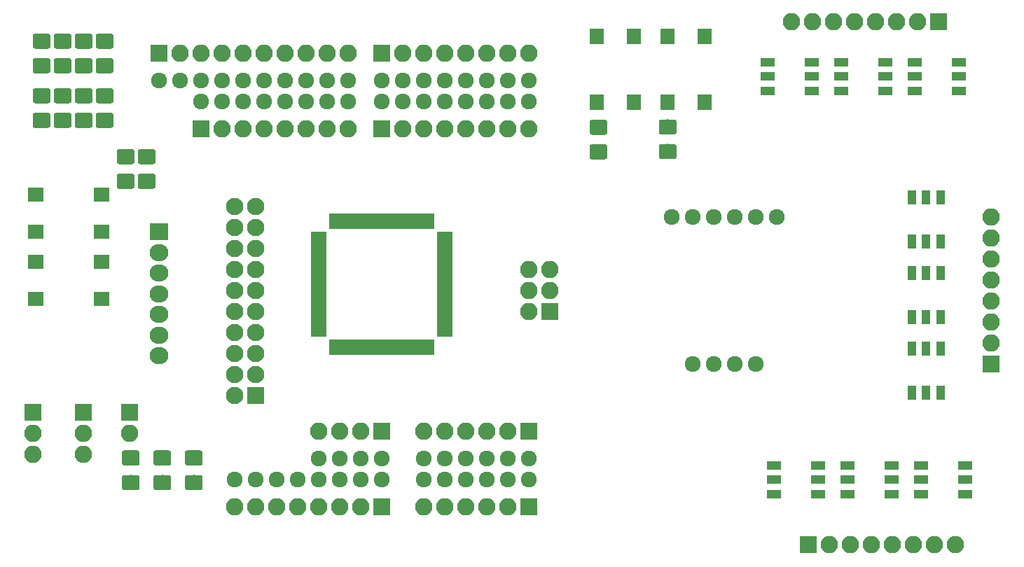
<source format=gbr>
G04 #@! TF.GenerationSoftware,KiCad,Pcbnew,5.0.0-fee4fd1~66~ubuntu18.04.1*
G04 #@! TF.CreationDate,2018-10-03T14:59:09+02:00*
G04 #@! TF.ProjectId,pcb,7063622E6B696361645F706362000000,rev?*
G04 #@! TF.SameCoordinates,Original*
G04 #@! TF.FileFunction,Soldermask,Top*
G04 #@! TF.FilePolarity,Negative*
%FSLAX46Y46*%
G04 Gerber Fmt 4.6, Leading zero omitted, Abs format (unit mm)*
G04 Created by KiCad (PCBNEW 5.0.0-fee4fd1~66~ubuntu18.04.1) date Wed Oct  3 14:59:09 2018*
%MOMM*%
%LPD*%
G01*
G04 APERTURE LIST*
%ADD10C,1.924000*%
%ADD11C,1.923000*%
%ADD12R,1.700000X1.000000*%
%ADD13O,2.250000X2.100000*%
%ADD14R,2.250000X2.100000*%
%ADD15R,1.873200X0.679400*%
%ADD16R,0.679400X1.873200*%
%ADD17O,2.100000X2.100000*%
%ADD18R,2.100000X2.100000*%
%ADD19C,2.100000*%
%ADD20R,1.950000X1.700000*%
%ADD21C,0.100000*%
%ADD22C,1.825000*%
%ADD23R,1.000000X1.700000*%
%ADD24R,1.700000X1.950000*%
G04 APERTURE END LIST*
D10*
G04 #@! TO.C,U2*
X83820000Y-101600000D03*
X86360000Y-101600000D03*
X74676000Y-53340000D03*
X77216000Y-53340000D03*
X93980000Y-101600000D03*
D11*
X79756000Y-53340000D03*
D10*
X82296000Y-53340000D03*
X84836000Y-53340000D03*
X87376000Y-53340000D03*
X89916000Y-53340000D03*
X92456000Y-53340000D03*
X94996000Y-53340000D03*
X97536000Y-53340000D03*
X101600000Y-53340000D03*
X104140000Y-53340000D03*
X106680000Y-53340000D03*
X109220000Y-53340000D03*
X111760000Y-53340000D03*
X114300000Y-53340000D03*
X116840000Y-53340000D03*
X119380000Y-53340000D03*
X88900000Y-101600000D03*
X91440000Y-101600000D03*
X96520000Y-101600000D03*
X99060000Y-101600000D03*
X101600000Y-101600000D03*
X111760000Y-101600000D03*
X109220000Y-101600000D03*
X106680000Y-101600000D03*
X114300000Y-101600000D03*
X116840000Y-101600000D03*
X119380000Y-101600000D03*
X119380000Y-55880000D03*
X116840000Y-55880000D03*
X114300000Y-55880000D03*
X111760000Y-55880000D03*
X109220000Y-55880000D03*
X106680000Y-55880000D03*
X104140000Y-55880000D03*
X101600000Y-55880000D03*
X97536000Y-55880000D03*
X94996000Y-55880000D03*
X92456000Y-55880000D03*
X89916000Y-55880000D03*
X87376000Y-55880000D03*
X84836000Y-55880000D03*
X82296000Y-55880000D03*
D11*
X79756000Y-55880000D03*
D10*
X119380000Y-99060000D03*
X116840000Y-99060000D03*
X114300000Y-99060000D03*
X106680000Y-99060000D03*
X109220000Y-99060000D03*
X111760000Y-99060000D03*
X101600000Y-99060000D03*
X99060000Y-99060000D03*
X96520000Y-99060000D03*
X93980000Y-99060000D03*
G04 #@! TD*
G04 #@! TO.C,U3*
X136652000Y-69850000D03*
X139192000Y-69850000D03*
X141732000Y-69850000D03*
X144272000Y-69850000D03*
X146812000Y-69850000D03*
X149352000Y-69850000D03*
X146812000Y-87630000D03*
X144272000Y-87630000D03*
X141732000Y-87630000D03*
X139192000Y-87630000D03*
G04 #@! TD*
D12*
G04 #@! TO.C,SW3*
X166006000Y-51082000D03*
X166006000Y-52832000D03*
X166006000Y-54582000D03*
X171306000Y-54582000D03*
X171306000Y-52832000D03*
X171306000Y-51082000D03*
G04 #@! TD*
D13*
G04 #@! TO.C,U4*
X74676000Y-86628000D03*
X74676000Y-84128000D03*
X74676000Y-81628000D03*
X74676000Y-79128000D03*
X74676000Y-76628000D03*
X74676000Y-74128000D03*
D14*
X74676000Y-71628000D03*
G04 #@! TD*
D15*
G04 #@! TO.C,U1*
X93980000Y-83978001D03*
X93980000Y-83477999D03*
X93980000Y-82978000D03*
X93980000Y-82478001D03*
X93980000Y-81978000D03*
X93980000Y-81478001D03*
X93980000Y-80977999D03*
X93980000Y-80478000D03*
X93980000Y-79978001D03*
X93980000Y-79478000D03*
X93980000Y-78978001D03*
X93980000Y-78477999D03*
X93980000Y-77978000D03*
X93980000Y-77478001D03*
X93980000Y-76977999D03*
X93980000Y-76478000D03*
X93980000Y-75977999D03*
X93980000Y-75478000D03*
X93980000Y-74978001D03*
X93980000Y-74477999D03*
X93980000Y-73978000D03*
X93980000Y-73477999D03*
X93980000Y-72978000D03*
X93980000Y-72478001D03*
X93980000Y-71977999D03*
D16*
X95599999Y-70358000D03*
X96100001Y-70358000D03*
X96600000Y-70358000D03*
X97099999Y-70358000D03*
X97600000Y-70358000D03*
X98099999Y-70358000D03*
X98600001Y-70358000D03*
X99100000Y-70358000D03*
X99599999Y-70358000D03*
X100100000Y-70358000D03*
X100599999Y-70358000D03*
X101100001Y-70358000D03*
X101600000Y-70358000D03*
X102099999Y-70358000D03*
X102600001Y-70358000D03*
X103100000Y-70358000D03*
X103600001Y-70358000D03*
X104100000Y-70358000D03*
X104599999Y-70358000D03*
X105100001Y-70358000D03*
X105600000Y-70358000D03*
X106100001Y-70358000D03*
X106600000Y-70358000D03*
X107099999Y-70358000D03*
X107600001Y-70358000D03*
D15*
X109220000Y-71977999D03*
X109220000Y-72478001D03*
X109220000Y-72978000D03*
X109220000Y-73477999D03*
X109220000Y-73978000D03*
X109220000Y-74477999D03*
X109220000Y-74978001D03*
X109220000Y-75478000D03*
X109220000Y-75977999D03*
X109220000Y-76478000D03*
X109220000Y-76977999D03*
X109220000Y-77478001D03*
X109220000Y-77978000D03*
X109220000Y-78477999D03*
X109220000Y-78978001D03*
X109220000Y-79478000D03*
X109220000Y-79978001D03*
X109220000Y-80478000D03*
X109220000Y-80977999D03*
X109220000Y-81478001D03*
X109220000Y-81978000D03*
X109220000Y-82478001D03*
X109220000Y-82978000D03*
X109220000Y-83477999D03*
X109220000Y-83978001D03*
D16*
X107600001Y-85598000D03*
X107099999Y-85598000D03*
X106600000Y-85598000D03*
X106099999Y-85598000D03*
X105600000Y-85598000D03*
X105100001Y-85598000D03*
X104599999Y-85598000D03*
X104100000Y-85598000D03*
X103599999Y-85598000D03*
X103100000Y-85598000D03*
X102600001Y-85598000D03*
X102099999Y-85598000D03*
X101600000Y-85598000D03*
X101099998Y-85598000D03*
X100599999Y-85598000D03*
X100100000Y-85598000D03*
X99599999Y-85598000D03*
X99100000Y-85598000D03*
X98600001Y-85598000D03*
X98099999Y-85598000D03*
X97600000Y-85598000D03*
X97099999Y-85598000D03*
X96600000Y-85598000D03*
X96100001Y-85598000D03*
X95599999Y-85598000D03*
G04 #@! TD*
D17*
G04 #@! TO.C,J2*
X119380000Y-76200000D03*
X121920000Y-76200000D03*
X119380000Y-78740000D03*
X121920000Y-78740000D03*
X119380000Y-81280000D03*
D18*
X121920000Y-81280000D03*
G04 #@! TD*
D19*
G04 #@! TO.C,J1*
X83820000Y-68580000D03*
X86360000Y-68580000D03*
X83820000Y-71120000D03*
X86360000Y-71120000D03*
X83820000Y-73660000D03*
X86360000Y-73660000D03*
X83820000Y-76200000D03*
X86360000Y-76200000D03*
X83820000Y-78740000D03*
X86360000Y-78740000D03*
X83820000Y-81280000D03*
X86360000Y-81280000D03*
X83820000Y-83820000D03*
X86360000Y-83820000D03*
X83820000Y-86360000D03*
X86360000Y-86360000D03*
X83820000Y-88900000D03*
X86360000Y-88900000D03*
X83820000Y-91440000D03*
D18*
X86360000Y-91440000D03*
G04 #@! TD*
D17*
G04 #@! TO.C,JP2*
X97536000Y-59182000D03*
X94996000Y-59182000D03*
X92456000Y-59182000D03*
X89916000Y-59182000D03*
X87376000Y-59182000D03*
X84836000Y-59182000D03*
X82296000Y-59182000D03*
D18*
X79756000Y-59182000D03*
G04 #@! TD*
D17*
G04 #@! TO.C,JP3*
X119380000Y-50038000D03*
X116840000Y-50038000D03*
X114300000Y-50038000D03*
X111760000Y-50038000D03*
X109220000Y-50038000D03*
X106680000Y-50038000D03*
X104140000Y-50038000D03*
D18*
X101600000Y-50038000D03*
G04 #@! TD*
D20*
G04 #@! TO.C,SW1*
X59779000Y-75220000D03*
X67729000Y-75220000D03*
X67729000Y-79720000D03*
X59779000Y-79720000D03*
G04 #@! TD*
G04 #@! TO.C,SW2*
X59779000Y-67092000D03*
X67729000Y-67092000D03*
X67729000Y-71592000D03*
X59779000Y-71592000D03*
G04 #@! TD*
D17*
G04 #@! TO.C,BT1*
X71120000Y-96012000D03*
D18*
X71120000Y-93472000D03*
G04 #@! TD*
D21*
G04 #@! TO.C,D1*
G36*
X63778207Y-50614542D02*
X63809287Y-50619152D01*
X63839766Y-50626787D01*
X63869350Y-50637372D01*
X63897754Y-50650806D01*
X63924704Y-50666959D01*
X63949942Y-50685677D01*
X63973223Y-50706777D01*
X63994323Y-50730058D01*
X64013041Y-50755296D01*
X64029194Y-50782246D01*
X64042628Y-50810650D01*
X64053213Y-50840234D01*
X64060848Y-50870713D01*
X64065458Y-50901793D01*
X64067000Y-50933176D01*
X64067000Y-52117824D01*
X64065458Y-52149207D01*
X64060848Y-52180287D01*
X64053213Y-52210766D01*
X64042628Y-52240350D01*
X64029194Y-52268754D01*
X64013041Y-52295704D01*
X63994323Y-52320942D01*
X63973223Y-52344223D01*
X63949942Y-52365323D01*
X63924704Y-52384041D01*
X63897754Y-52400194D01*
X63869350Y-52413628D01*
X63839766Y-52424213D01*
X63809287Y-52431848D01*
X63778207Y-52436458D01*
X63746824Y-52438000D01*
X62237176Y-52438000D01*
X62205793Y-52436458D01*
X62174713Y-52431848D01*
X62144234Y-52424213D01*
X62114650Y-52413628D01*
X62086246Y-52400194D01*
X62059296Y-52384041D01*
X62034058Y-52365323D01*
X62010777Y-52344223D01*
X61989677Y-52320942D01*
X61970959Y-52295704D01*
X61954806Y-52268754D01*
X61941372Y-52240350D01*
X61930787Y-52210766D01*
X61923152Y-52180287D01*
X61918542Y-52149207D01*
X61917000Y-52117824D01*
X61917000Y-50933176D01*
X61918542Y-50901793D01*
X61923152Y-50870713D01*
X61930787Y-50840234D01*
X61941372Y-50810650D01*
X61954806Y-50782246D01*
X61970959Y-50755296D01*
X61989677Y-50730058D01*
X62010777Y-50706777D01*
X62034058Y-50685677D01*
X62059296Y-50666959D01*
X62086246Y-50650806D01*
X62114650Y-50637372D01*
X62144234Y-50626787D01*
X62174713Y-50619152D01*
X62205793Y-50614542D01*
X62237176Y-50613000D01*
X63746824Y-50613000D01*
X63778207Y-50614542D01*
X63778207Y-50614542D01*
G37*
D22*
X62992000Y-51525500D03*
D21*
G36*
X63778207Y-47639542D02*
X63809287Y-47644152D01*
X63839766Y-47651787D01*
X63869350Y-47662372D01*
X63897754Y-47675806D01*
X63924704Y-47691959D01*
X63949942Y-47710677D01*
X63973223Y-47731777D01*
X63994323Y-47755058D01*
X64013041Y-47780296D01*
X64029194Y-47807246D01*
X64042628Y-47835650D01*
X64053213Y-47865234D01*
X64060848Y-47895713D01*
X64065458Y-47926793D01*
X64067000Y-47958176D01*
X64067000Y-49142824D01*
X64065458Y-49174207D01*
X64060848Y-49205287D01*
X64053213Y-49235766D01*
X64042628Y-49265350D01*
X64029194Y-49293754D01*
X64013041Y-49320704D01*
X63994323Y-49345942D01*
X63973223Y-49369223D01*
X63949942Y-49390323D01*
X63924704Y-49409041D01*
X63897754Y-49425194D01*
X63869350Y-49438628D01*
X63839766Y-49449213D01*
X63809287Y-49456848D01*
X63778207Y-49461458D01*
X63746824Y-49463000D01*
X62237176Y-49463000D01*
X62205793Y-49461458D01*
X62174713Y-49456848D01*
X62144234Y-49449213D01*
X62114650Y-49438628D01*
X62086246Y-49425194D01*
X62059296Y-49409041D01*
X62034058Y-49390323D01*
X62010777Y-49369223D01*
X61989677Y-49345942D01*
X61970959Y-49320704D01*
X61954806Y-49293754D01*
X61941372Y-49265350D01*
X61930787Y-49235766D01*
X61923152Y-49205287D01*
X61918542Y-49174207D01*
X61917000Y-49142824D01*
X61917000Y-47958176D01*
X61918542Y-47926793D01*
X61923152Y-47895713D01*
X61930787Y-47865234D01*
X61941372Y-47835650D01*
X61954806Y-47807246D01*
X61970959Y-47780296D01*
X61989677Y-47755058D01*
X62010777Y-47731777D01*
X62034058Y-47710677D01*
X62059296Y-47691959D01*
X62086246Y-47675806D01*
X62114650Y-47662372D01*
X62144234Y-47651787D01*
X62174713Y-47644152D01*
X62205793Y-47639542D01*
X62237176Y-47638000D01*
X63746824Y-47638000D01*
X63778207Y-47639542D01*
X63778207Y-47639542D01*
G37*
D22*
X62992000Y-48550500D03*
G04 #@! TD*
D21*
G04 #@! TO.C,D2*
G36*
X61238207Y-50614542D02*
X61269287Y-50619152D01*
X61299766Y-50626787D01*
X61329350Y-50637372D01*
X61357754Y-50650806D01*
X61384704Y-50666959D01*
X61409942Y-50685677D01*
X61433223Y-50706777D01*
X61454323Y-50730058D01*
X61473041Y-50755296D01*
X61489194Y-50782246D01*
X61502628Y-50810650D01*
X61513213Y-50840234D01*
X61520848Y-50870713D01*
X61525458Y-50901793D01*
X61527000Y-50933176D01*
X61527000Y-52117824D01*
X61525458Y-52149207D01*
X61520848Y-52180287D01*
X61513213Y-52210766D01*
X61502628Y-52240350D01*
X61489194Y-52268754D01*
X61473041Y-52295704D01*
X61454323Y-52320942D01*
X61433223Y-52344223D01*
X61409942Y-52365323D01*
X61384704Y-52384041D01*
X61357754Y-52400194D01*
X61329350Y-52413628D01*
X61299766Y-52424213D01*
X61269287Y-52431848D01*
X61238207Y-52436458D01*
X61206824Y-52438000D01*
X59697176Y-52438000D01*
X59665793Y-52436458D01*
X59634713Y-52431848D01*
X59604234Y-52424213D01*
X59574650Y-52413628D01*
X59546246Y-52400194D01*
X59519296Y-52384041D01*
X59494058Y-52365323D01*
X59470777Y-52344223D01*
X59449677Y-52320942D01*
X59430959Y-52295704D01*
X59414806Y-52268754D01*
X59401372Y-52240350D01*
X59390787Y-52210766D01*
X59383152Y-52180287D01*
X59378542Y-52149207D01*
X59377000Y-52117824D01*
X59377000Y-50933176D01*
X59378542Y-50901793D01*
X59383152Y-50870713D01*
X59390787Y-50840234D01*
X59401372Y-50810650D01*
X59414806Y-50782246D01*
X59430959Y-50755296D01*
X59449677Y-50730058D01*
X59470777Y-50706777D01*
X59494058Y-50685677D01*
X59519296Y-50666959D01*
X59546246Y-50650806D01*
X59574650Y-50637372D01*
X59604234Y-50626787D01*
X59634713Y-50619152D01*
X59665793Y-50614542D01*
X59697176Y-50613000D01*
X61206824Y-50613000D01*
X61238207Y-50614542D01*
X61238207Y-50614542D01*
G37*
D22*
X60452000Y-51525500D03*
D21*
G36*
X61238207Y-47639542D02*
X61269287Y-47644152D01*
X61299766Y-47651787D01*
X61329350Y-47662372D01*
X61357754Y-47675806D01*
X61384704Y-47691959D01*
X61409942Y-47710677D01*
X61433223Y-47731777D01*
X61454323Y-47755058D01*
X61473041Y-47780296D01*
X61489194Y-47807246D01*
X61502628Y-47835650D01*
X61513213Y-47865234D01*
X61520848Y-47895713D01*
X61525458Y-47926793D01*
X61527000Y-47958176D01*
X61527000Y-49142824D01*
X61525458Y-49174207D01*
X61520848Y-49205287D01*
X61513213Y-49235766D01*
X61502628Y-49265350D01*
X61489194Y-49293754D01*
X61473041Y-49320704D01*
X61454323Y-49345942D01*
X61433223Y-49369223D01*
X61409942Y-49390323D01*
X61384704Y-49409041D01*
X61357754Y-49425194D01*
X61329350Y-49438628D01*
X61299766Y-49449213D01*
X61269287Y-49456848D01*
X61238207Y-49461458D01*
X61206824Y-49463000D01*
X59697176Y-49463000D01*
X59665793Y-49461458D01*
X59634713Y-49456848D01*
X59604234Y-49449213D01*
X59574650Y-49438628D01*
X59546246Y-49425194D01*
X59519296Y-49409041D01*
X59494058Y-49390323D01*
X59470777Y-49369223D01*
X59449677Y-49345942D01*
X59430959Y-49320704D01*
X59414806Y-49293754D01*
X59401372Y-49265350D01*
X59390787Y-49235766D01*
X59383152Y-49205287D01*
X59378542Y-49174207D01*
X59377000Y-49142824D01*
X59377000Y-47958176D01*
X59378542Y-47926793D01*
X59383152Y-47895713D01*
X59390787Y-47865234D01*
X59401372Y-47835650D01*
X59414806Y-47807246D01*
X59430959Y-47780296D01*
X59449677Y-47755058D01*
X59470777Y-47731777D01*
X59494058Y-47710677D01*
X59519296Y-47691959D01*
X59546246Y-47675806D01*
X59574650Y-47662372D01*
X59604234Y-47651787D01*
X59634713Y-47644152D01*
X59665793Y-47639542D01*
X59697176Y-47638000D01*
X61206824Y-47638000D01*
X61238207Y-47639542D01*
X61238207Y-47639542D01*
G37*
D22*
X60452000Y-48550500D03*
G04 #@! TD*
D21*
G04 #@! TO.C,D3*
G36*
X68858207Y-50614542D02*
X68889287Y-50619152D01*
X68919766Y-50626787D01*
X68949350Y-50637372D01*
X68977754Y-50650806D01*
X69004704Y-50666959D01*
X69029942Y-50685677D01*
X69053223Y-50706777D01*
X69074323Y-50730058D01*
X69093041Y-50755296D01*
X69109194Y-50782246D01*
X69122628Y-50810650D01*
X69133213Y-50840234D01*
X69140848Y-50870713D01*
X69145458Y-50901793D01*
X69147000Y-50933176D01*
X69147000Y-52117824D01*
X69145458Y-52149207D01*
X69140848Y-52180287D01*
X69133213Y-52210766D01*
X69122628Y-52240350D01*
X69109194Y-52268754D01*
X69093041Y-52295704D01*
X69074323Y-52320942D01*
X69053223Y-52344223D01*
X69029942Y-52365323D01*
X69004704Y-52384041D01*
X68977754Y-52400194D01*
X68949350Y-52413628D01*
X68919766Y-52424213D01*
X68889287Y-52431848D01*
X68858207Y-52436458D01*
X68826824Y-52438000D01*
X67317176Y-52438000D01*
X67285793Y-52436458D01*
X67254713Y-52431848D01*
X67224234Y-52424213D01*
X67194650Y-52413628D01*
X67166246Y-52400194D01*
X67139296Y-52384041D01*
X67114058Y-52365323D01*
X67090777Y-52344223D01*
X67069677Y-52320942D01*
X67050959Y-52295704D01*
X67034806Y-52268754D01*
X67021372Y-52240350D01*
X67010787Y-52210766D01*
X67003152Y-52180287D01*
X66998542Y-52149207D01*
X66997000Y-52117824D01*
X66997000Y-50933176D01*
X66998542Y-50901793D01*
X67003152Y-50870713D01*
X67010787Y-50840234D01*
X67021372Y-50810650D01*
X67034806Y-50782246D01*
X67050959Y-50755296D01*
X67069677Y-50730058D01*
X67090777Y-50706777D01*
X67114058Y-50685677D01*
X67139296Y-50666959D01*
X67166246Y-50650806D01*
X67194650Y-50637372D01*
X67224234Y-50626787D01*
X67254713Y-50619152D01*
X67285793Y-50614542D01*
X67317176Y-50613000D01*
X68826824Y-50613000D01*
X68858207Y-50614542D01*
X68858207Y-50614542D01*
G37*
D22*
X68072000Y-51525500D03*
D21*
G36*
X68858207Y-47639542D02*
X68889287Y-47644152D01*
X68919766Y-47651787D01*
X68949350Y-47662372D01*
X68977754Y-47675806D01*
X69004704Y-47691959D01*
X69029942Y-47710677D01*
X69053223Y-47731777D01*
X69074323Y-47755058D01*
X69093041Y-47780296D01*
X69109194Y-47807246D01*
X69122628Y-47835650D01*
X69133213Y-47865234D01*
X69140848Y-47895713D01*
X69145458Y-47926793D01*
X69147000Y-47958176D01*
X69147000Y-49142824D01*
X69145458Y-49174207D01*
X69140848Y-49205287D01*
X69133213Y-49235766D01*
X69122628Y-49265350D01*
X69109194Y-49293754D01*
X69093041Y-49320704D01*
X69074323Y-49345942D01*
X69053223Y-49369223D01*
X69029942Y-49390323D01*
X69004704Y-49409041D01*
X68977754Y-49425194D01*
X68949350Y-49438628D01*
X68919766Y-49449213D01*
X68889287Y-49456848D01*
X68858207Y-49461458D01*
X68826824Y-49463000D01*
X67317176Y-49463000D01*
X67285793Y-49461458D01*
X67254713Y-49456848D01*
X67224234Y-49449213D01*
X67194650Y-49438628D01*
X67166246Y-49425194D01*
X67139296Y-49409041D01*
X67114058Y-49390323D01*
X67090777Y-49369223D01*
X67069677Y-49345942D01*
X67050959Y-49320704D01*
X67034806Y-49293754D01*
X67021372Y-49265350D01*
X67010787Y-49235766D01*
X67003152Y-49205287D01*
X66998542Y-49174207D01*
X66997000Y-49142824D01*
X66997000Y-47958176D01*
X66998542Y-47926793D01*
X67003152Y-47895713D01*
X67010787Y-47865234D01*
X67021372Y-47835650D01*
X67034806Y-47807246D01*
X67050959Y-47780296D01*
X67069677Y-47755058D01*
X67090777Y-47731777D01*
X67114058Y-47710677D01*
X67139296Y-47691959D01*
X67166246Y-47675806D01*
X67194650Y-47662372D01*
X67224234Y-47651787D01*
X67254713Y-47644152D01*
X67285793Y-47639542D01*
X67317176Y-47638000D01*
X68826824Y-47638000D01*
X68858207Y-47639542D01*
X68858207Y-47639542D01*
G37*
D22*
X68072000Y-48550500D03*
G04 #@! TD*
D21*
G04 #@! TO.C,D4*
G36*
X66318207Y-50614542D02*
X66349287Y-50619152D01*
X66379766Y-50626787D01*
X66409350Y-50637372D01*
X66437754Y-50650806D01*
X66464704Y-50666959D01*
X66489942Y-50685677D01*
X66513223Y-50706777D01*
X66534323Y-50730058D01*
X66553041Y-50755296D01*
X66569194Y-50782246D01*
X66582628Y-50810650D01*
X66593213Y-50840234D01*
X66600848Y-50870713D01*
X66605458Y-50901793D01*
X66607000Y-50933176D01*
X66607000Y-52117824D01*
X66605458Y-52149207D01*
X66600848Y-52180287D01*
X66593213Y-52210766D01*
X66582628Y-52240350D01*
X66569194Y-52268754D01*
X66553041Y-52295704D01*
X66534323Y-52320942D01*
X66513223Y-52344223D01*
X66489942Y-52365323D01*
X66464704Y-52384041D01*
X66437754Y-52400194D01*
X66409350Y-52413628D01*
X66379766Y-52424213D01*
X66349287Y-52431848D01*
X66318207Y-52436458D01*
X66286824Y-52438000D01*
X64777176Y-52438000D01*
X64745793Y-52436458D01*
X64714713Y-52431848D01*
X64684234Y-52424213D01*
X64654650Y-52413628D01*
X64626246Y-52400194D01*
X64599296Y-52384041D01*
X64574058Y-52365323D01*
X64550777Y-52344223D01*
X64529677Y-52320942D01*
X64510959Y-52295704D01*
X64494806Y-52268754D01*
X64481372Y-52240350D01*
X64470787Y-52210766D01*
X64463152Y-52180287D01*
X64458542Y-52149207D01*
X64457000Y-52117824D01*
X64457000Y-50933176D01*
X64458542Y-50901793D01*
X64463152Y-50870713D01*
X64470787Y-50840234D01*
X64481372Y-50810650D01*
X64494806Y-50782246D01*
X64510959Y-50755296D01*
X64529677Y-50730058D01*
X64550777Y-50706777D01*
X64574058Y-50685677D01*
X64599296Y-50666959D01*
X64626246Y-50650806D01*
X64654650Y-50637372D01*
X64684234Y-50626787D01*
X64714713Y-50619152D01*
X64745793Y-50614542D01*
X64777176Y-50613000D01*
X66286824Y-50613000D01*
X66318207Y-50614542D01*
X66318207Y-50614542D01*
G37*
D22*
X65532000Y-51525500D03*
D21*
G36*
X66318207Y-47639542D02*
X66349287Y-47644152D01*
X66379766Y-47651787D01*
X66409350Y-47662372D01*
X66437754Y-47675806D01*
X66464704Y-47691959D01*
X66489942Y-47710677D01*
X66513223Y-47731777D01*
X66534323Y-47755058D01*
X66553041Y-47780296D01*
X66569194Y-47807246D01*
X66582628Y-47835650D01*
X66593213Y-47865234D01*
X66600848Y-47895713D01*
X66605458Y-47926793D01*
X66607000Y-47958176D01*
X66607000Y-49142824D01*
X66605458Y-49174207D01*
X66600848Y-49205287D01*
X66593213Y-49235766D01*
X66582628Y-49265350D01*
X66569194Y-49293754D01*
X66553041Y-49320704D01*
X66534323Y-49345942D01*
X66513223Y-49369223D01*
X66489942Y-49390323D01*
X66464704Y-49409041D01*
X66437754Y-49425194D01*
X66409350Y-49438628D01*
X66379766Y-49449213D01*
X66349287Y-49456848D01*
X66318207Y-49461458D01*
X66286824Y-49463000D01*
X64777176Y-49463000D01*
X64745793Y-49461458D01*
X64714713Y-49456848D01*
X64684234Y-49449213D01*
X64654650Y-49438628D01*
X64626246Y-49425194D01*
X64599296Y-49409041D01*
X64574058Y-49390323D01*
X64550777Y-49369223D01*
X64529677Y-49345942D01*
X64510959Y-49320704D01*
X64494806Y-49293754D01*
X64481372Y-49265350D01*
X64470787Y-49235766D01*
X64463152Y-49205287D01*
X64458542Y-49174207D01*
X64457000Y-49142824D01*
X64457000Y-47958176D01*
X64458542Y-47926793D01*
X64463152Y-47895713D01*
X64470787Y-47865234D01*
X64481372Y-47835650D01*
X64494806Y-47807246D01*
X64510959Y-47780296D01*
X64529677Y-47755058D01*
X64550777Y-47731777D01*
X64574058Y-47710677D01*
X64599296Y-47691959D01*
X64626246Y-47675806D01*
X64654650Y-47662372D01*
X64684234Y-47651787D01*
X64714713Y-47644152D01*
X64745793Y-47639542D01*
X64777176Y-47638000D01*
X66286824Y-47638000D01*
X66318207Y-47639542D01*
X66318207Y-47639542D01*
G37*
D22*
X65532000Y-48550500D03*
G04 #@! TD*
D21*
G04 #@! TO.C,R1*
G36*
X73938207Y-64584542D02*
X73969287Y-64589152D01*
X73999766Y-64596787D01*
X74029350Y-64607372D01*
X74057754Y-64620806D01*
X74084704Y-64636959D01*
X74109942Y-64655677D01*
X74133223Y-64676777D01*
X74154323Y-64700058D01*
X74173041Y-64725296D01*
X74189194Y-64752246D01*
X74202628Y-64780650D01*
X74213213Y-64810234D01*
X74220848Y-64840713D01*
X74225458Y-64871793D01*
X74227000Y-64903176D01*
X74227000Y-66087824D01*
X74225458Y-66119207D01*
X74220848Y-66150287D01*
X74213213Y-66180766D01*
X74202628Y-66210350D01*
X74189194Y-66238754D01*
X74173041Y-66265704D01*
X74154323Y-66290942D01*
X74133223Y-66314223D01*
X74109942Y-66335323D01*
X74084704Y-66354041D01*
X74057754Y-66370194D01*
X74029350Y-66383628D01*
X73999766Y-66394213D01*
X73969287Y-66401848D01*
X73938207Y-66406458D01*
X73906824Y-66408000D01*
X72397176Y-66408000D01*
X72365793Y-66406458D01*
X72334713Y-66401848D01*
X72304234Y-66394213D01*
X72274650Y-66383628D01*
X72246246Y-66370194D01*
X72219296Y-66354041D01*
X72194058Y-66335323D01*
X72170777Y-66314223D01*
X72149677Y-66290942D01*
X72130959Y-66265704D01*
X72114806Y-66238754D01*
X72101372Y-66210350D01*
X72090787Y-66180766D01*
X72083152Y-66150287D01*
X72078542Y-66119207D01*
X72077000Y-66087824D01*
X72077000Y-64903176D01*
X72078542Y-64871793D01*
X72083152Y-64840713D01*
X72090787Y-64810234D01*
X72101372Y-64780650D01*
X72114806Y-64752246D01*
X72130959Y-64725296D01*
X72149677Y-64700058D01*
X72170777Y-64676777D01*
X72194058Y-64655677D01*
X72219296Y-64636959D01*
X72246246Y-64620806D01*
X72274650Y-64607372D01*
X72304234Y-64596787D01*
X72334713Y-64589152D01*
X72365793Y-64584542D01*
X72397176Y-64583000D01*
X73906824Y-64583000D01*
X73938207Y-64584542D01*
X73938207Y-64584542D01*
G37*
D22*
X73152000Y-65495500D03*
D21*
G36*
X73938207Y-61609542D02*
X73969287Y-61614152D01*
X73999766Y-61621787D01*
X74029350Y-61632372D01*
X74057754Y-61645806D01*
X74084704Y-61661959D01*
X74109942Y-61680677D01*
X74133223Y-61701777D01*
X74154323Y-61725058D01*
X74173041Y-61750296D01*
X74189194Y-61777246D01*
X74202628Y-61805650D01*
X74213213Y-61835234D01*
X74220848Y-61865713D01*
X74225458Y-61896793D01*
X74227000Y-61928176D01*
X74227000Y-63112824D01*
X74225458Y-63144207D01*
X74220848Y-63175287D01*
X74213213Y-63205766D01*
X74202628Y-63235350D01*
X74189194Y-63263754D01*
X74173041Y-63290704D01*
X74154323Y-63315942D01*
X74133223Y-63339223D01*
X74109942Y-63360323D01*
X74084704Y-63379041D01*
X74057754Y-63395194D01*
X74029350Y-63408628D01*
X73999766Y-63419213D01*
X73969287Y-63426848D01*
X73938207Y-63431458D01*
X73906824Y-63433000D01*
X72397176Y-63433000D01*
X72365793Y-63431458D01*
X72334713Y-63426848D01*
X72304234Y-63419213D01*
X72274650Y-63408628D01*
X72246246Y-63395194D01*
X72219296Y-63379041D01*
X72194058Y-63360323D01*
X72170777Y-63339223D01*
X72149677Y-63315942D01*
X72130959Y-63290704D01*
X72114806Y-63263754D01*
X72101372Y-63235350D01*
X72090787Y-63205766D01*
X72083152Y-63175287D01*
X72078542Y-63144207D01*
X72077000Y-63112824D01*
X72077000Y-61928176D01*
X72078542Y-61896793D01*
X72083152Y-61865713D01*
X72090787Y-61835234D01*
X72101372Y-61805650D01*
X72114806Y-61777246D01*
X72130959Y-61750296D01*
X72149677Y-61725058D01*
X72170777Y-61701777D01*
X72194058Y-61680677D01*
X72219296Y-61661959D01*
X72246246Y-61645806D01*
X72274650Y-61632372D01*
X72304234Y-61621787D01*
X72334713Y-61614152D01*
X72365793Y-61609542D01*
X72397176Y-61608000D01*
X73906824Y-61608000D01*
X73938207Y-61609542D01*
X73938207Y-61609542D01*
G37*
D22*
X73152000Y-62520500D03*
G04 #@! TD*
D21*
G04 #@! TO.C,R2*
G36*
X71398207Y-64584542D02*
X71429287Y-64589152D01*
X71459766Y-64596787D01*
X71489350Y-64607372D01*
X71517754Y-64620806D01*
X71544704Y-64636959D01*
X71569942Y-64655677D01*
X71593223Y-64676777D01*
X71614323Y-64700058D01*
X71633041Y-64725296D01*
X71649194Y-64752246D01*
X71662628Y-64780650D01*
X71673213Y-64810234D01*
X71680848Y-64840713D01*
X71685458Y-64871793D01*
X71687000Y-64903176D01*
X71687000Y-66087824D01*
X71685458Y-66119207D01*
X71680848Y-66150287D01*
X71673213Y-66180766D01*
X71662628Y-66210350D01*
X71649194Y-66238754D01*
X71633041Y-66265704D01*
X71614323Y-66290942D01*
X71593223Y-66314223D01*
X71569942Y-66335323D01*
X71544704Y-66354041D01*
X71517754Y-66370194D01*
X71489350Y-66383628D01*
X71459766Y-66394213D01*
X71429287Y-66401848D01*
X71398207Y-66406458D01*
X71366824Y-66408000D01*
X69857176Y-66408000D01*
X69825793Y-66406458D01*
X69794713Y-66401848D01*
X69764234Y-66394213D01*
X69734650Y-66383628D01*
X69706246Y-66370194D01*
X69679296Y-66354041D01*
X69654058Y-66335323D01*
X69630777Y-66314223D01*
X69609677Y-66290942D01*
X69590959Y-66265704D01*
X69574806Y-66238754D01*
X69561372Y-66210350D01*
X69550787Y-66180766D01*
X69543152Y-66150287D01*
X69538542Y-66119207D01*
X69537000Y-66087824D01*
X69537000Y-64903176D01*
X69538542Y-64871793D01*
X69543152Y-64840713D01*
X69550787Y-64810234D01*
X69561372Y-64780650D01*
X69574806Y-64752246D01*
X69590959Y-64725296D01*
X69609677Y-64700058D01*
X69630777Y-64676777D01*
X69654058Y-64655677D01*
X69679296Y-64636959D01*
X69706246Y-64620806D01*
X69734650Y-64607372D01*
X69764234Y-64596787D01*
X69794713Y-64589152D01*
X69825793Y-64584542D01*
X69857176Y-64583000D01*
X71366824Y-64583000D01*
X71398207Y-64584542D01*
X71398207Y-64584542D01*
G37*
D22*
X70612000Y-65495500D03*
D21*
G36*
X71398207Y-61609542D02*
X71429287Y-61614152D01*
X71459766Y-61621787D01*
X71489350Y-61632372D01*
X71517754Y-61645806D01*
X71544704Y-61661959D01*
X71569942Y-61680677D01*
X71593223Y-61701777D01*
X71614323Y-61725058D01*
X71633041Y-61750296D01*
X71649194Y-61777246D01*
X71662628Y-61805650D01*
X71673213Y-61835234D01*
X71680848Y-61865713D01*
X71685458Y-61896793D01*
X71687000Y-61928176D01*
X71687000Y-63112824D01*
X71685458Y-63144207D01*
X71680848Y-63175287D01*
X71673213Y-63205766D01*
X71662628Y-63235350D01*
X71649194Y-63263754D01*
X71633041Y-63290704D01*
X71614323Y-63315942D01*
X71593223Y-63339223D01*
X71569942Y-63360323D01*
X71544704Y-63379041D01*
X71517754Y-63395194D01*
X71489350Y-63408628D01*
X71459766Y-63419213D01*
X71429287Y-63426848D01*
X71398207Y-63431458D01*
X71366824Y-63433000D01*
X69857176Y-63433000D01*
X69825793Y-63431458D01*
X69794713Y-63426848D01*
X69764234Y-63419213D01*
X69734650Y-63408628D01*
X69706246Y-63395194D01*
X69679296Y-63379041D01*
X69654058Y-63360323D01*
X69630777Y-63339223D01*
X69609677Y-63315942D01*
X69590959Y-63290704D01*
X69574806Y-63263754D01*
X69561372Y-63235350D01*
X69550787Y-63205766D01*
X69543152Y-63175287D01*
X69538542Y-63144207D01*
X69537000Y-63112824D01*
X69537000Y-61928176D01*
X69538542Y-61896793D01*
X69543152Y-61865713D01*
X69550787Y-61835234D01*
X69561372Y-61805650D01*
X69574806Y-61777246D01*
X69590959Y-61750296D01*
X69609677Y-61725058D01*
X69630777Y-61701777D01*
X69654058Y-61680677D01*
X69679296Y-61661959D01*
X69706246Y-61645806D01*
X69734650Y-61632372D01*
X69764234Y-61621787D01*
X69794713Y-61614152D01*
X69825793Y-61609542D01*
X69857176Y-61608000D01*
X71366824Y-61608000D01*
X71398207Y-61609542D01*
X71398207Y-61609542D01*
G37*
D22*
X70612000Y-62520500D03*
G04 #@! TD*
D21*
G04 #@! TO.C,R3*
G36*
X63778207Y-54243542D02*
X63809287Y-54248152D01*
X63839766Y-54255787D01*
X63869350Y-54266372D01*
X63897754Y-54279806D01*
X63924704Y-54295959D01*
X63949942Y-54314677D01*
X63973223Y-54335777D01*
X63994323Y-54359058D01*
X64013041Y-54384296D01*
X64029194Y-54411246D01*
X64042628Y-54439650D01*
X64053213Y-54469234D01*
X64060848Y-54499713D01*
X64065458Y-54530793D01*
X64067000Y-54562176D01*
X64067000Y-55746824D01*
X64065458Y-55778207D01*
X64060848Y-55809287D01*
X64053213Y-55839766D01*
X64042628Y-55869350D01*
X64029194Y-55897754D01*
X64013041Y-55924704D01*
X63994323Y-55949942D01*
X63973223Y-55973223D01*
X63949942Y-55994323D01*
X63924704Y-56013041D01*
X63897754Y-56029194D01*
X63869350Y-56042628D01*
X63839766Y-56053213D01*
X63809287Y-56060848D01*
X63778207Y-56065458D01*
X63746824Y-56067000D01*
X62237176Y-56067000D01*
X62205793Y-56065458D01*
X62174713Y-56060848D01*
X62144234Y-56053213D01*
X62114650Y-56042628D01*
X62086246Y-56029194D01*
X62059296Y-56013041D01*
X62034058Y-55994323D01*
X62010777Y-55973223D01*
X61989677Y-55949942D01*
X61970959Y-55924704D01*
X61954806Y-55897754D01*
X61941372Y-55869350D01*
X61930787Y-55839766D01*
X61923152Y-55809287D01*
X61918542Y-55778207D01*
X61917000Y-55746824D01*
X61917000Y-54562176D01*
X61918542Y-54530793D01*
X61923152Y-54499713D01*
X61930787Y-54469234D01*
X61941372Y-54439650D01*
X61954806Y-54411246D01*
X61970959Y-54384296D01*
X61989677Y-54359058D01*
X62010777Y-54335777D01*
X62034058Y-54314677D01*
X62059296Y-54295959D01*
X62086246Y-54279806D01*
X62114650Y-54266372D01*
X62144234Y-54255787D01*
X62174713Y-54248152D01*
X62205793Y-54243542D01*
X62237176Y-54242000D01*
X63746824Y-54242000D01*
X63778207Y-54243542D01*
X63778207Y-54243542D01*
G37*
D22*
X62992000Y-55154500D03*
D21*
G36*
X63778207Y-57218542D02*
X63809287Y-57223152D01*
X63839766Y-57230787D01*
X63869350Y-57241372D01*
X63897754Y-57254806D01*
X63924704Y-57270959D01*
X63949942Y-57289677D01*
X63973223Y-57310777D01*
X63994323Y-57334058D01*
X64013041Y-57359296D01*
X64029194Y-57386246D01*
X64042628Y-57414650D01*
X64053213Y-57444234D01*
X64060848Y-57474713D01*
X64065458Y-57505793D01*
X64067000Y-57537176D01*
X64067000Y-58721824D01*
X64065458Y-58753207D01*
X64060848Y-58784287D01*
X64053213Y-58814766D01*
X64042628Y-58844350D01*
X64029194Y-58872754D01*
X64013041Y-58899704D01*
X63994323Y-58924942D01*
X63973223Y-58948223D01*
X63949942Y-58969323D01*
X63924704Y-58988041D01*
X63897754Y-59004194D01*
X63869350Y-59017628D01*
X63839766Y-59028213D01*
X63809287Y-59035848D01*
X63778207Y-59040458D01*
X63746824Y-59042000D01*
X62237176Y-59042000D01*
X62205793Y-59040458D01*
X62174713Y-59035848D01*
X62144234Y-59028213D01*
X62114650Y-59017628D01*
X62086246Y-59004194D01*
X62059296Y-58988041D01*
X62034058Y-58969323D01*
X62010777Y-58948223D01*
X61989677Y-58924942D01*
X61970959Y-58899704D01*
X61954806Y-58872754D01*
X61941372Y-58844350D01*
X61930787Y-58814766D01*
X61923152Y-58784287D01*
X61918542Y-58753207D01*
X61917000Y-58721824D01*
X61917000Y-57537176D01*
X61918542Y-57505793D01*
X61923152Y-57474713D01*
X61930787Y-57444234D01*
X61941372Y-57414650D01*
X61954806Y-57386246D01*
X61970959Y-57359296D01*
X61989677Y-57334058D01*
X62010777Y-57310777D01*
X62034058Y-57289677D01*
X62059296Y-57270959D01*
X62086246Y-57254806D01*
X62114650Y-57241372D01*
X62144234Y-57230787D01*
X62174713Y-57223152D01*
X62205793Y-57218542D01*
X62237176Y-57217000D01*
X63746824Y-57217000D01*
X63778207Y-57218542D01*
X63778207Y-57218542D01*
G37*
D22*
X62992000Y-58129500D03*
G04 #@! TD*
D21*
G04 #@! TO.C,R4*
G36*
X61238207Y-54243542D02*
X61269287Y-54248152D01*
X61299766Y-54255787D01*
X61329350Y-54266372D01*
X61357754Y-54279806D01*
X61384704Y-54295959D01*
X61409942Y-54314677D01*
X61433223Y-54335777D01*
X61454323Y-54359058D01*
X61473041Y-54384296D01*
X61489194Y-54411246D01*
X61502628Y-54439650D01*
X61513213Y-54469234D01*
X61520848Y-54499713D01*
X61525458Y-54530793D01*
X61527000Y-54562176D01*
X61527000Y-55746824D01*
X61525458Y-55778207D01*
X61520848Y-55809287D01*
X61513213Y-55839766D01*
X61502628Y-55869350D01*
X61489194Y-55897754D01*
X61473041Y-55924704D01*
X61454323Y-55949942D01*
X61433223Y-55973223D01*
X61409942Y-55994323D01*
X61384704Y-56013041D01*
X61357754Y-56029194D01*
X61329350Y-56042628D01*
X61299766Y-56053213D01*
X61269287Y-56060848D01*
X61238207Y-56065458D01*
X61206824Y-56067000D01*
X59697176Y-56067000D01*
X59665793Y-56065458D01*
X59634713Y-56060848D01*
X59604234Y-56053213D01*
X59574650Y-56042628D01*
X59546246Y-56029194D01*
X59519296Y-56013041D01*
X59494058Y-55994323D01*
X59470777Y-55973223D01*
X59449677Y-55949942D01*
X59430959Y-55924704D01*
X59414806Y-55897754D01*
X59401372Y-55869350D01*
X59390787Y-55839766D01*
X59383152Y-55809287D01*
X59378542Y-55778207D01*
X59377000Y-55746824D01*
X59377000Y-54562176D01*
X59378542Y-54530793D01*
X59383152Y-54499713D01*
X59390787Y-54469234D01*
X59401372Y-54439650D01*
X59414806Y-54411246D01*
X59430959Y-54384296D01*
X59449677Y-54359058D01*
X59470777Y-54335777D01*
X59494058Y-54314677D01*
X59519296Y-54295959D01*
X59546246Y-54279806D01*
X59574650Y-54266372D01*
X59604234Y-54255787D01*
X59634713Y-54248152D01*
X59665793Y-54243542D01*
X59697176Y-54242000D01*
X61206824Y-54242000D01*
X61238207Y-54243542D01*
X61238207Y-54243542D01*
G37*
D22*
X60452000Y-55154500D03*
D21*
G36*
X61238207Y-57218542D02*
X61269287Y-57223152D01*
X61299766Y-57230787D01*
X61329350Y-57241372D01*
X61357754Y-57254806D01*
X61384704Y-57270959D01*
X61409942Y-57289677D01*
X61433223Y-57310777D01*
X61454323Y-57334058D01*
X61473041Y-57359296D01*
X61489194Y-57386246D01*
X61502628Y-57414650D01*
X61513213Y-57444234D01*
X61520848Y-57474713D01*
X61525458Y-57505793D01*
X61527000Y-57537176D01*
X61527000Y-58721824D01*
X61525458Y-58753207D01*
X61520848Y-58784287D01*
X61513213Y-58814766D01*
X61502628Y-58844350D01*
X61489194Y-58872754D01*
X61473041Y-58899704D01*
X61454323Y-58924942D01*
X61433223Y-58948223D01*
X61409942Y-58969323D01*
X61384704Y-58988041D01*
X61357754Y-59004194D01*
X61329350Y-59017628D01*
X61299766Y-59028213D01*
X61269287Y-59035848D01*
X61238207Y-59040458D01*
X61206824Y-59042000D01*
X59697176Y-59042000D01*
X59665793Y-59040458D01*
X59634713Y-59035848D01*
X59604234Y-59028213D01*
X59574650Y-59017628D01*
X59546246Y-59004194D01*
X59519296Y-58988041D01*
X59494058Y-58969323D01*
X59470777Y-58948223D01*
X59449677Y-58924942D01*
X59430959Y-58899704D01*
X59414806Y-58872754D01*
X59401372Y-58844350D01*
X59390787Y-58814766D01*
X59383152Y-58784287D01*
X59378542Y-58753207D01*
X59377000Y-58721824D01*
X59377000Y-57537176D01*
X59378542Y-57505793D01*
X59383152Y-57474713D01*
X59390787Y-57444234D01*
X59401372Y-57414650D01*
X59414806Y-57386246D01*
X59430959Y-57359296D01*
X59449677Y-57334058D01*
X59470777Y-57310777D01*
X59494058Y-57289677D01*
X59519296Y-57270959D01*
X59546246Y-57254806D01*
X59574650Y-57241372D01*
X59604234Y-57230787D01*
X59634713Y-57223152D01*
X59665793Y-57218542D01*
X59697176Y-57217000D01*
X61206824Y-57217000D01*
X61238207Y-57218542D01*
X61238207Y-57218542D01*
G37*
D22*
X60452000Y-58129500D03*
G04 #@! TD*
D21*
G04 #@! TO.C,C11*
G36*
X72033207Y-98058542D02*
X72064287Y-98063152D01*
X72094766Y-98070787D01*
X72124350Y-98081372D01*
X72152754Y-98094806D01*
X72179704Y-98110959D01*
X72204942Y-98129677D01*
X72228223Y-98150777D01*
X72249323Y-98174058D01*
X72268041Y-98199296D01*
X72284194Y-98226246D01*
X72297628Y-98254650D01*
X72308213Y-98284234D01*
X72315848Y-98314713D01*
X72320458Y-98345793D01*
X72322000Y-98377176D01*
X72322000Y-99561824D01*
X72320458Y-99593207D01*
X72315848Y-99624287D01*
X72308213Y-99654766D01*
X72297628Y-99684350D01*
X72284194Y-99712754D01*
X72268041Y-99739704D01*
X72249323Y-99764942D01*
X72228223Y-99788223D01*
X72204942Y-99809323D01*
X72179704Y-99828041D01*
X72152754Y-99844194D01*
X72124350Y-99857628D01*
X72094766Y-99868213D01*
X72064287Y-99875848D01*
X72033207Y-99880458D01*
X72001824Y-99882000D01*
X70492176Y-99882000D01*
X70460793Y-99880458D01*
X70429713Y-99875848D01*
X70399234Y-99868213D01*
X70369650Y-99857628D01*
X70341246Y-99844194D01*
X70314296Y-99828041D01*
X70289058Y-99809323D01*
X70265777Y-99788223D01*
X70244677Y-99764942D01*
X70225959Y-99739704D01*
X70209806Y-99712754D01*
X70196372Y-99684350D01*
X70185787Y-99654766D01*
X70178152Y-99624287D01*
X70173542Y-99593207D01*
X70172000Y-99561824D01*
X70172000Y-98377176D01*
X70173542Y-98345793D01*
X70178152Y-98314713D01*
X70185787Y-98284234D01*
X70196372Y-98254650D01*
X70209806Y-98226246D01*
X70225959Y-98199296D01*
X70244677Y-98174058D01*
X70265777Y-98150777D01*
X70289058Y-98129677D01*
X70314296Y-98110959D01*
X70341246Y-98094806D01*
X70369650Y-98081372D01*
X70399234Y-98070787D01*
X70429713Y-98063152D01*
X70460793Y-98058542D01*
X70492176Y-98057000D01*
X72001824Y-98057000D01*
X72033207Y-98058542D01*
X72033207Y-98058542D01*
G37*
D22*
X71247000Y-98969500D03*
D21*
G36*
X72033207Y-101033542D02*
X72064287Y-101038152D01*
X72094766Y-101045787D01*
X72124350Y-101056372D01*
X72152754Y-101069806D01*
X72179704Y-101085959D01*
X72204942Y-101104677D01*
X72228223Y-101125777D01*
X72249323Y-101149058D01*
X72268041Y-101174296D01*
X72284194Y-101201246D01*
X72297628Y-101229650D01*
X72308213Y-101259234D01*
X72315848Y-101289713D01*
X72320458Y-101320793D01*
X72322000Y-101352176D01*
X72322000Y-102536824D01*
X72320458Y-102568207D01*
X72315848Y-102599287D01*
X72308213Y-102629766D01*
X72297628Y-102659350D01*
X72284194Y-102687754D01*
X72268041Y-102714704D01*
X72249323Y-102739942D01*
X72228223Y-102763223D01*
X72204942Y-102784323D01*
X72179704Y-102803041D01*
X72152754Y-102819194D01*
X72124350Y-102832628D01*
X72094766Y-102843213D01*
X72064287Y-102850848D01*
X72033207Y-102855458D01*
X72001824Y-102857000D01*
X70492176Y-102857000D01*
X70460793Y-102855458D01*
X70429713Y-102850848D01*
X70399234Y-102843213D01*
X70369650Y-102832628D01*
X70341246Y-102819194D01*
X70314296Y-102803041D01*
X70289058Y-102784323D01*
X70265777Y-102763223D01*
X70244677Y-102739942D01*
X70225959Y-102714704D01*
X70209806Y-102687754D01*
X70196372Y-102659350D01*
X70185787Y-102629766D01*
X70178152Y-102599287D01*
X70173542Y-102568207D01*
X70172000Y-102536824D01*
X70172000Y-101352176D01*
X70173542Y-101320793D01*
X70178152Y-101289713D01*
X70185787Y-101259234D01*
X70196372Y-101229650D01*
X70209806Y-101201246D01*
X70225959Y-101174296D01*
X70244677Y-101149058D01*
X70265777Y-101125777D01*
X70289058Y-101104677D01*
X70314296Y-101085959D01*
X70341246Y-101069806D01*
X70369650Y-101056372D01*
X70399234Y-101045787D01*
X70429713Y-101038152D01*
X70460793Y-101033542D01*
X70492176Y-101032000D01*
X72001824Y-101032000D01*
X72033207Y-101033542D01*
X72033207Y-101033542D01*
G37*
D22*
X71247000Y-101944500D03*
G04 #@! TD*
D21*
G04 #@! TO.C,C12*
G36*
X75843207Y-98058542D02*
X75874287Y-98063152D01*
X75904766Y-98070787D01*
X75934350Y-98081372D01*
X75962754Y-98094806D01*
X75989704Y-98110959D01*
X76014942Y-98129677D01*
X76038223Y-98150777D01*
X76059323Y-98174058D01*
X76078041Y-98199296D01*
X76094194Y-98226246D01*
X76107628Y-98254650D01*
X76118213Y-98284234D01*
X76125848Y-98314713D01*
X76130458Y-98345793D01*
X76132000Y-98377176D01*
X76132000Y-99561824D01*
X76130458Y-99593207D01*
X76125848Y-99624287D01*
X76118213Y-99654766D01*
X76107628Y-99684350D01*
X76094194Y-99712754D01*
X76078041Y-99739704D01*
X76059323Y-99764942D01*
X76038223Y-99788223D01*
X76014942Y-99809323D01*
X75989704Y-99828041D01*
X75962754Y-99844194D01*
X75934350Y-99857628D01*
X75904766Y-99868213D01*
X75874287Y-99875848D01*
X75843207Y-99880458D01*
X75811824Y-99882000D01*
X74302176Y-99882000D01*
X74270793Y-99880458D01*
X74239713Y-99875848D01*
X74209234Y-99868213D01*
X74179650Y-99857628D01*
X74151246Y-99844194D01*
X74124296Y-99828041D01*
X74099058Y-99809323D01*
X74075777Y-99788223D01*
X74054677Y-99764942D01*
X74035959Y-99739704D01*
X74019806Y-99712754D01*
X74006372Y-99684350D01*
X73995787Y-99654766D01*
X73988152Y-99624287D01*
X73983542Y-99593207D01*
X73982000Y-99561824D01*
X73982000Y-98377176D01*
X73983542Y-98345793D01*
X73988152Y-98314713D01*
X73995787Y-98284234D01*
X74006372Y-98254650D01*
X74019806Y-98226246D01*
X74035959Y-98199296D01*
X74054677Y-98174058D01*
X74075777Y-98150777D01*
X74099058Y-98129677D01*
X74124296Y-98110959D01*
X74151246Y-98094806D01*
X74179650Y-98081372D01*
X74209234Y-98070787D01*
X74239713Y-98063152D01*
X74270793Y-98058542D01*
X74302176Y-98057000D01*
X75811824Y-98057000D01*
X75843207Y-98058542D01*
X75843207Y-98058542D01*
G37*
D22*
X75057000Y-98969500D03*
D21*
G36*
X75843207Y-101033542D02*
X75874287Y-101038152D01*
X75904766Y-101045787D01*
X75934350Y-101056372D01*
X75962754Y-101069806D01*
X75989704Y-101085959D01*
X76014942Y-101104677D01*
X76038223Y-101125777D01*
X76059323Y-101149058D01*
X76078041Y-101174296D01*
X76094194Y-101201246D01*
X76107628Y-101229650D01*
X76118213Y-101259234D01*
X76125848Y-101289713D01*
X76130458Y-101320793D01*
X76132000Y-101352176D01*
X76132000Y-102536824D01*
X76130458Y-102568207D01*
X76125848Y-102599287D01*
X76118213Y-102629766D01*
X76107628Y-102659350D01*
X76094194Y-102687754D01*
X76078041Y-102714704D01*
X76059323Y-102739942D01*
X76038223Y-102763223D01*
X76014942Y-102784323D01*
X75989704Y-102803041D01*
X75962754Y-102819194D01*
X75934350Y-102832628D01*
X75904766Y-102843213D01*
X75874287Y-102850848D01*
X75843207Y-102855458D01*
X75811824Y-102857000D01*
X74302176Y-102857000D01*
X74270793Y-102855458D01*
X74239713Y-102850848D01*
X74209234Y-102843213D01*
X74179650Y-102832628D01*
X74151246Y-102819194D01*
X74124296Y-102803041D01*
X74099058Y-102784323D01*
X74075777Y-102763223D01*
X74054677Y-102739942D01*
X74035959Y-102714704D01*
X74019806Y-102687754D01*
X74006372Y-102659350D01*
X73995787Y-102629766D01*
X73988152Y-102599287D01*
X73983542Y-102568207D01*
X73982000Y-102536824D01*
X73982000Y-101352176D01*
X73983542Y-101320793D01*
X73988152Y-101289713D01*
X73995787Y-101259234D01*
X74006372Y-101229650D01*
X74019806Y-101201246D01*
X74035959Y-101174296D01*
X74054677Y-101149058D01*
X74075777Y-101125777D01*
X74099058Y-101104677D01*
X74124296Y-101085959D01*
X74151246Y-101069806D01*
X74179650Y-101056372D01*
X74209234Y-101045787D01*
X74239713Y-101038152D01*
X74270793Y-101033542D01*
X74302176Y-101032000D01*
X75811824Y-101032000D01*
X75843207Y-101033542D01*
X75843207Y-101033542D01*
G37*
D22*
X75057000Y-101944500D03*
G04 #@! TD*
D21*
G04 #@! TO.C,C13*
G36*
X79653207Y-98058542D02*
X79684287Y-98063152D01*
X79714766Y-98070787D01*
X79744350Y-98081372D01*
X79772754Y-98094806D01*
X79799704Y-98110959D01*
X79824942Y-98129677D01*
X79848223Y-98150777D01*
X79869323Y-98174058D01*
X79888041Y-98199296D01*
X79904194Y-98226246D01*
X79917628Y-98254650D01*
X79928213Y-98284234D01*
X79935848Y-98314713D01*
X79940458Y-98345793D01*
X79942000Y-98377176D01*
X79942000Y-99561824D01*
X79940458Y-99593207D01*
X79935848Y-99624287D01*
X79928213Y-99654766D01*
X79917628Y-99684350D01*
X79904194Y-99712754D01*
X79888041Y-99739704D01*
X79869323Y-99764942D01*
X79848223Y-99788223D01*
X79824942Y-99809323D01*
X79799704Y-99828041D01*
X79772754Y-99844194D01*
X79744350Y-99857628D01*
X79714766Y-99868213D01*
X79684287Y-99875848D01*
X79653207Y-99880458D01*
X79621824Y-99882000D01*
X78112176Y-99882000D01*
X78080793Y-99880458D01*
X78049713Y-99875848D01*
X78019234Y-99868213D01*
X77989650Y-99857628D01*
X77961246Y-99844194D01*
X77934296Y-99828041D01*
X77909058Y-99809323D01*
X77885777Y-99788223D01*
X77864677Y-99764942D01*
X77845959Y-99739704D01*
X77829806Y-99712754D01*
X77816372Y-99684350D01*
X77805787Y-99654766D01*
X77798152Y-99624287D01*
X77793542Y-99593207D01*
X77792000Y-99561824D01*
X77792000Y-98377176D01*
X77793542Y-98345793D01*
X77798152Y-98314713D01*
X77805787Y-98284234D01*
X77816372Y-98254650D01*
X77829806Y-98226246D01*
X77845959Y-98199296D01*
X77864677Y-98174058D01*
X77885777Y-98150777D01*
X77909058Y-98129677D01*
X77934296Y-98110959D01*
X77961246Y-98094806D01*
X77989650Y-98081372D01*
X78019234Y-98070787D01*
X78049713Y-98063152D01*
X78080793Y-98058542D01*
X78112176Y-98057000D01*
X79621824Y-98057000D01*
X79653207Y-98058542D01*
X79653207Y-98058542D01*
G37*
D22*
X78867000Y-98969500D03*
D21*
G36*
X79653207Y-101033542D02*
X79684287Y-101038152D01*
X79714766Y-101045787D01*
X79744350Y-101056372D01*
X79772754Y-101069806D01*
X79799704Y-101085959D01*
X79824942Y-101104677D01*
X79848223Y-101125777D01*
X79869323Y-101149058D01*
X79888041Y-101174296D01*
X79904194Y-101201246D01*
X79917628Y-101229650D01*
X79928213Y-101259234D01*
X79935848Y-101289713D01*
X79940458Y-101320793D01*
X79942000Y-101352176D01*
X79942000Y-102536824D01*
X79940458Y-102568207D01*
X79935848Y-102599287D01*
X79928213Y-102629766D01*
X79917628Y-102659350D01*
X79904194Y-102687754D01*
X79888041Y-102714704D01*
X79869323Y-102739942D01*
X79848223Y-102763223D01*
X79824942Y-102784323D01*
X79799704Y-102803041D01*
X79772754Y-102819194D01*
X79744350Y-102832628D01*
X79714766Y-102843213D01*
X79684287Y-102850848D01*
X79653207Y-102855458D01*
X79621824Y-102857000D01*
X78112176Y-102857000D01*
X78080793Y-102855458D01*
X78049713Y-102850848D01*
X78019234Y-102843213D01*
X77989650Y-102832628D01*
X77961246Y-102819194D01*
X77934296Y-102803041D01*
X77909058Y-102784323D01*
X77885777Y-102763223D01*
X77864677Y-102739942D01*
X77845959Y-102714704D01*
X77829806Y-102687754D01*
X77816372Y-102659350D01*
X77805787Y-102629766D01*
X77798152Y-102599287D01*
X77793542Y-102568207D01*
X77792000Y-102536824D01*
X77792000Y-101352176D01*
X77793542Y-101320793D01*
X77798152Y-101289713D01*
X77805787Y-101259234D01*
X77816372Y-101229650D01*
X77829806Y-101201246D01*
X77845959Y-101174296D01*
X77864677Y-101149058D01*
X77885777Y-101125777D01*
X77909058Y-101104677D01*
X77934296Y-101085959D01*
X77961246Y-101069806D01*
X77989650Y-101056372D01*
X78019234Y-101045787D01*
X78049713Y-101038152D01*
X78080793Y-101033542D01*
X78112176Y-101032000D01*
X79621824Y-101032000D01*
X79653207Y-101033542D01*
X79653207Y-101033542D01*
G37*
D22*
X78867000Y-101944500D03*
G04 #@! TD*
D21*
G04 #@! TO.C,R32*
G36*
X128548207Y-58053542D02*
X128579287Y-58058152D01*
X128609766Y-58065787D01*
X128639350Y-58076372D01*
X128667754Y-58089806D01*
X128694704Y-58105959D01*
X128719942Y-58124677D01*
X128743223Y-58145777D01*
X128764323Y-58169058D01*
X128783041Y-58194296D01*
X128799194Y-58221246D01*
X128812628Y-58249650D01*
X128823213Y-58279234D01*
X128830848Y-58309713D01*
X128835458Y-58340793D01*
X128837000Y-58372176D01*
X128837000Y-59556824D01*
X128835458Y-59588207D01*
X128830848Y-59619287D01*
X128823213Y-59649766D01*
X128812628Y-59679350D01*
X128799194Y-59707754D01*
X128783041Y-59734704D01*
X128764323Y-59759942D01*
X128743223Y-59783223D01*
X128719942Y-59804323D01*
X128694704Y-59823041D01*
X128667754Y-59839194D01*
X128639350Y-59852628D01*
X128609766Y-59863213D01*
X128579287Y-59870848D01*
X128548207Y-59875458D01*
X128516824Y-59877000D01*
X127007176Y-59877000D01*
X126975793Y-59875458D01*
X126944713Y-59870848D01*
X126914234Y-59863213D01*
X126884650Y-59852628D01*
X126856246Y-59839194D01*
X126829296Y-59823041D01*
X126804058Y-59804323D01*
X126780777Y-59783223D01*
X126759677Y-59759942D01*
X126740959Y-59734704D01*
X126724806Y-59707754D01*
X126711372Y-59679350D01*
X126700787Y-59649766D01*
X126693152Y-59619287D01*
X126688542Y-59588207D01*
X126687000Y-59556824D01*
X126687000Y-58372176D01*
X126688542Y-58340793D01*
X126693152Y-58309713D01*
X126700787Y-58279234D01*
X126711372Y-58249650D01*
X126724806Y-58221246D01*
X126740959Y-58194296D01*
X126759677Y-58169058D01*
X126780777Y-58145777D01*
X126804058Y-58124677D01*
X126829296Y-58105959D01*
X126856246Y-58089806D01*
X126884650Y-58076372D01*
X126914234Y-58065787D01*
X126944713Y-58058152D01*
X126975793Y-58053542D01*
X127007176Y-58052000D01*
X128516824Y-58052000D01*
X128548207Y-58053542D01*
X128548207Y-58053542D01*
G37*
D22*
X127762000Y-58964500D03*
D21*
G36*
X128548207Y-61028542D02*
X128579287Y-61033152D01*
X128609766Y-61040787D01*
X128639350Y-61051372D01*
X128667754Y-61064806D01*
X128694704Y-61080959D01*
X128719942Y-61099677D01*
X128743223Y-61120777D01*
X128764323Y-61144058D01*
X128783041Y-61169296D01*
X128799194Y-61196246D01*
X128812628Y-61224650D01*
X128823213Y-61254234D01*
X128830848Y-61284713D01*
X128835458Y-61315793D01*
X128837000Y-61347176D01*
X128837000Y-62531824D01*
X128835458Y-62563207D01*
X128830848Y-62594287D01*
X128823213Y-62624766D01*
X128812628Y-62654350D01*
X128799194Y-62682754D01*
X128783041Y-62709704D01*
X128764323Y-62734942D01*
X128743223Y-62758223D01*
X128719942Y-62779323D01*
X128694704Y-62798041D01*
X128667754Y-62814194D01*
X128639350Y-62827628D01*
X128609766Y-62838213D01*
X128579287Y-62845848D01*
X128548207Y-62850458D01*
X128516824Y-62852000D01*
X127007176Y-62852000D01*
X126975793Y-62850458D01*
X126944713Y-62845848D01*
X126914234Y-62838213D01*
X126884650Y-62827628D01*
X126856246Y-62814194D01*
X126829296Y-62798041D01*
X126804058Y-62779323D01*
X126780777Y-62758223D01*
X126759677Y-62734942D01*
X126740959Y-62709704D01*
X126724806Y-62682754D01*
X126711372Y-62654350D01*
X126700787Y-62624766D01*
X126693152Y-62594287D01*
X126688542Y-62563207D01*
X126687000Y-62531824D01*
X126687000Y-61347176D01*
X126688542Y-61315793D01*
X126693152Y-61284713D01*
X126700787Y-61254234D01*
X126711372Y-61224650D01*
X126724806Y-61196246D01*
X126740959Y-61169296D01*
X126759677Y-61144058D01*
X126780777Y-61120777D01*
X126804058Y-61099677D01*
X126829296Y-61080959D01*
X126856246Y-61064806D01*
X126884650Y-61051372D01*
X126914234Y-61040787D01*
X126944713Y-61033152D01*
X126975793Y-61028542D01*
X127007176Y-61027000D01*
X128516824Y-61027000D01*
X128548207Y-61028542D01*
X128548207Y-61028542D01*
G37*
D22*
X127762000Y-61939500D03*
G04 #@! TD*
D21*
G04 #@! TO.C,R33*
G36*
X136930207Y-58017042D02*
X136961287Y-58021652D01*
X136991766Y-58029287D01*
X137021350Y-58039872D01*
X137049754Y-58053306D01*
X137076704Y-58069459D01*
X137101942Y-58088177D01*
X137125223Y-58109277D01*
X137146323Y-58132558D01*
X137165041Y-58157796D01*
X137181194Y-58184746D01*
X137194628Y-58213150D01*
X137205213Y-58242734D01*
X137212848Y-58273213D01*
X137217458Y-58304293D01*
X137219000Y-58335676D01*
X137219000Y-59520324D01*
X137217458Y-59551707D01*
X137212848Y-59582787D01*
X137205213Y-59613266D01*
X137194628Y-59642850D01*
X137181194Y-59671254D01*
X137165041Y-59698204D01*
X137146323Y-59723442D01*
X137125223Y-59746723D01*
X137101942Y-59767823D01*
X137076704Y-59786541D01*
X137049754Y-59802694D01*
X137021350Y-59816128D01*
X136991766Y-59826713D01*
X136961287Y-59834348D01*
X136930207Y-59838958D01*
X136898824Y-59840500D01*
X135389176Y-59840500D01*
X135357793Y-59838958D01*
X135326713Y-59834348D01*
X135296234Y-59826713D01*
X135266650Y-59816128D01*
X135238246Y-59802694D01*
X135211296Y-59786541D01*
X135186058Y-59767823D01*
X135162777Y-59746723D01*
X135141677Y-59723442D01*
X135122959Y-59698204D01*
X135106806Y-59671254D01*
X135093372Y-59642850D01*
X135082787Y-59613266D01*
X135075152Y-59582787D01*
X135070542Y-59551707D01*
X135069000Y-59520324D01*
X135069000Y-58335676D01*
X135070542Y-58304293D01*
X135075152Y-58273213D01*
X135082787Y-58242734D01*
X135093372Y-58213150D01*
X135106806Y-58184746D01*
X135122959Y-58157796D01*
X135141677Y-58132558D01*
X135162777Y-58109277D01*
X135186058Y-58088177D01*
X135211296Y-58069459D01*
X135238246Y-58053306D01*
X135266650Y-58039872D01*
X135296234Y-58029287D01*
X135326713Y-58021652D01*
X135357793Y-58017042D01*
X135389176Y-58015500D01*
X136898824Y-58015500D01*
X136930207Y-58017042D01*
X136930207Y-58017042D01*
G37*
D22*
X136144000Y-58928000D03*
D21*
G36*
X136930207Y-60992042D02*
X136961287Y-60996652D01*
X136991766Y-61004287D01*
X137021350Y-61014872D01*
X137049754Y-61028306D01*
X137076704Y-61044459D01*
X137101942Y-61063177D01*
X137125223Y-61084277D01*
X137146323Y-61107558D01*
X137165041Y-61132796D01*
X137181194Y-61159746D01*
X137194628Y-61188150D01*
X137205213Y-61217734D01*
X137212848Y-61248213D01*
X137217458Y-61279293D01*
X137219000Y-61310676D01*
X137219000Y-62495324D01*
X137217458Y-62526707D01*
X137212848Y-62557787D01*
X137205213Y-62588266D01*
X137194628Y-62617850D01*
X137181194Y-62646254D01*
X137165041Y-62673204D01*
X137146323Y-62698442D01*
X137125223Y-62721723D01*
X137101942Y-62742823D01*
X137076704Y-62761541D01*
X137049754Y-62777694D01*
X137021350Y-62791128D01*
X136991766Y-62801713D01*
X136961287Y-62809348D01*
X136930207Y-62813958D01*
X136898824Y-62815500D01*
X135389176Y-62815500D01*
X135357793Y-62813958D01*
X135326713Y-62809348D01*
X135296234Y-62801713D01*
X135266650Y-62791128D01*
X135238246Y-62777694D01*
X135211296Y-62761541D01*
X135186058Y-62742823D01*
X135162777Y-62721723D01*
X135141677Y-62698442D01*
X135122959Y-62673204D01*
X135106806Y-62646254D01*
X135093372Y-62617850D01*
X135082787Y-62588266D01*
X135075152Y-62557787D01*
X135070542Y-62526707D01*
X135069000Y-62495324D01*
X135069000Y-61310676D01*
X135070542Y-61279293D01*
X135075152Y-61248213D01*
X135082787Y-61217734D01*
X135093372Y-61188150D01*
X135106806Y-61159746D01*
X135122959Y-61132796D01*
X135141677Y-61107558D01*
X135162777Y-61084277D01*
X135186058Y-61063177D01*
X135211296Y-61044459D01*
X135238246Y-61028306D01*
X135266650Y-61014872D01*
X135296234Y-61004287D01*
X135326713Y-60996652D01*
X135357793Y-60992042D01*
X135389176Y-60990500D01*
X136898824Y-60990500D01*
X136930207Y-60992042D01*
X136930207Y-60992042D01*
G37*
D22*
X136144000Y-61903000D03*
G04 #@! TD*
D21*
G04 #@! TO.C,R34*
G36*
X68858207Y-54243542D02*
X68889287Y-54248152D01*
X68919766Y-54255787D01*
X68949350Y-54266372D01*
X68977754Y-54279806D01*
X69004704Y-54295959D01*
X69029942Y-54314677D01*
X69053223Y-54335777D01*
X69074323Y-54359058D01*
X69093041Y-54384296D01*
X69109194Y-54411246D01*
X69122628Y-54439650D01*
X69133213Y-54469234D01*
X69140848Y-54499713D01*
X69145458Y-54530793D01*
X69147000Y-54562176D01*
X69147000Y-55746824D01*
X69145458Y-55778207D01*
X69140848Y-55809287D01*
X69133213Y-55839766D01*
X69122628Y-55869350D01*
X69109194Y-55897754D01*
X69093041Y-55924704D01*
X69074323Y-55949942D01*
X69053223Y-55973223D01*
X69029942Y-55994323D01*
X69004704Y-56013041D01*
X68977754Y-56029194D01*
X68949350Y-56042628D01*
X68919766Y-56053213D01*
X68889287Y-56060848D01*
X68858207Y-56065458D01*
X68826824Y-56067000D01*
X67317176Y-56067000D01*
X67285793Y-56065458D01*
X67254713Y-56060848D01*
X67224234Y-56053213D01*
X67194650Y-56042628D01*
X67166246Y-56029194D01*
X67139296Y-56013041D01*
X67114058Y-55994323D01*
X67090777Y-55973223D01*
X67069677Y-55949942D01*
X67050959Y-55924704D01*
X67034806Y-55897754D01*
X67021372Y-55869350D01*
X67010787Y-55839766D01*
X67003152Y-55809287D01*
X66998542Y-55778207D01*
X66997000Y-55746824D01*
X66997000Y-54562176D01*
X66998542Y-54530793D01*
X67003152Y-54499713D01*
X67010787Y-54469234D01*
X67021372Y-54439650D01*
X67034806Y-54411246D01*
X67050959Y-54384296D01*
X67069677Y-54359058D01*
X67090777Y-54335777D01*
X67114058Y-54314677D01*
X67139296Y-54295959D01*
X67166246Y-54279806D01*
X67194650Y-54266372D01*
X67224234Y-54255787D01*
X67254713Y-54248152D01*
X67285793Y-54243542D01*
X67317176Y-54242000D01*
X68826824Y-54242000D01*
X68858207Y-54243542D01*
X68858207Y-54243542D01*
G37*
D22*
X68072000Y-55154500D03*
D21*
G36*
X68858207Y-57218542D02*
X68889287Y-57223152D01*
X68919766Y-57230787D01*
X68949350Y-57241372D01*
X68977754Y-57254806D01*
X69004704Y-57270959D01*
X69029942Y-57289677D01*
X69053223Y-57310777D01*
X69074323Y-57334058D01*
X69093041Y-57359296D01*
X69109194Y-57386246D01*
X69122628Y-57414650D01*
X69133213Y-57444234D01*
X69140848Y-57474713D01*
X69145458Y-57505793D01*
X69147000Y-57537176D01*
X69147000Y-58721824D01*
X69145458Y-58753207D01*
X69140848Y-58784287D01*
X69133213Y-58814766D01*
X69122628Y-58844350D01*
X69109194Y-58872754D01*
X69093041Y-58899704D01*
X69074323Y-58924942D01*
X69053223Y-58948223D01*
X69029942Y-58969323D01*
X69004704Y-58988041D01*
X68977754Y-59004194D01*
X68949350Y-59017628D01*
X68919766Y-59028213D01*
X68889287Y-59035848D01*
X68858207Y-59040458D01*
X68826824Y-59042000D01*
X67317176Y-59042000D01*
X67285793Y-59040458D01*
X67254713Y-59035848D01*
X67224234Y-59028213D01*
X67194650Y-59017628D01*
X67166246Y-59004194D01*
X67139296Y-58988041D01*
X67114058Y-58969323D01*
X67090777Y-58948223D01*
X67069677Y-58924942D01*
X67050959Y-58899704D01*
X67034806Y-58872754D01*
X67021372Y-58844350D01*
X67010787Y-58814766D01*
X67003152Y-58784287D01*
X66998542Y-58753207D01*
X66997000Y-58721824D01*
X66997000Y-57537176D01*
X66998542Y-57505793D01*
X67003152Y-57474713D01*
X67010787Y-57444234D01*
X67021372Y-57414650D01*
X67034806Y-57386246D01*
X67050959Y-57359296D01*
X67069677Y-57334058D01*
X67090777Y-57310777D01*
X67114058Y-57289677D01*
X67139296Y-57270959D01*
X67166246Y-57254806D01*
X67194650Y-57241372D01*
X67224234Y-57230787D01*
X67254713Y-57223152D01*
X67285793Y-57218542D01*
X67317176Y-57217000D01*
X68826824Y-57217000D01*
X68858207Y-57218542D01*
X68858207Y-57218542D01*
G37*
D22*
X68072000Y-58129500D03*
G04 #@! TD*
D21*
G04 #@! TO.C,R35*
G36*
X66318207Y-54243542D02*
X66349287Y-54248152D01*
X66379766Y-54255787D01*
X66409350Y-54266372D01*
X66437754Y-54279806D01*
X66464704Y-54295959D01*
X66489942Y-54314677D01*
X66513223Y-54335777D01*
X66534323Y-54359058D01*
X66553041Y-54384296D01*
X66569194Y-54411246D01*
X66582628Y-54439650D01*
X66593213Y-54469234D01*
X66600848Y-54499713D01*
X66605458Y-54530793D01*
X66607000Y-54562176D01*
X66607000Y-55746824D01*
X66605458Y-55778207D01*
X66600848Y-55809287D01*
X66593213Y-55839766D01*
X66582628Y-55869350D01*
X66569194Y-55897754D01*
X66553041Y-55924704D01*
X66534323Y-55949942D01*
X66513223Y-55973223D01*
X66489942Y-55994323D01*
X66464704Y-56013041D01*
X66437754Y-56029194D01*
X66409350Y-56042628D01*
X66379766Y-56053213D01*
X66349287Y-56060848D01*
X66318207Y-56065458D01*
X66286824Y-56067000D01*
X64777176Y-56067000D01*
X64745793Y-56065458D01*
X64714713Y-56060848D01*
X64684234Y-56053213D01*
X64654650Y-56042628D01*
X64626246Y-56029194D01*
X64599296Y-56013041D01*
X64574058Y-55994323D01*
X64550777Y-55973223D01*
X64529677Y-55949942D01*
X64510959Y-55924704D01*
X64494806Y-55897754D01*
X64481372Y-55869350D01*
X64470787Y-55839766D01*
X64463152Y-55809287D01*
X64458542Y-55778207D01*
X64457000Y-55746824D01*
X64457000Y-54562176D01*
X64458542Y-54530793D01*
X64463152Y-54499713D01*
X64470787Y-54469234D01*
X64481372Y-54439650D01*
X64494806Y-54411246D01*
X64510959Y-54384296D01*
X64529677Y-54359058D01*
X64550777Y-54335777D01*
X64574058Y-54314677D01*
X64599296Y-54295959D01*
X64626246Y-54279806D01*
X64654650Y-54266372D01*
X64684234Y-54255787D01*
X64714713Y-54248152D01*
X64745793Y-54243542D01*
X64777176Y-54242000D01*
X66286824Y-54242000D01*
X66318207Y-54243542D01*
X66318207Y-54243542D01*
G37*
D22*
X65532000Y-55154500D03*
D21*
G36*
X66318207Y-57218542D02*
X66349287Y-57223152D01*
X66379766Y-57230787D01*
X66409350Y-57241372D01*
X66437754Y-57254806D01*
X66464704Y-57270959D01*
X66489942Y-57289677D01*
X66513223Y-57310777D01*
X66534323Y-57334058D01*
X66553041Y-57359296D01*
X66569194Y-57386246D01*
X66582628Y-57414650D01*
X66593213Y-57444234D01*
X66600848Y-57474713D01*
X66605458Y-57505793D01*
X66607000Y-57537176D01*
X66607000Y-58721824D01*
X66605458Y-58753207D01*
X66600848Y-58784287D01*
X66593213Y-58814766D01*
X66582628Y-58844350D01*
X66569194Y-58872754D01*
X66553041Y-58899704D01*
X66534323Y-58924942D01*
X66513223Y-58948223D01*
X66489942Y-58969323D01*
X66464704Y-58988041D01*
X66437754Y-59004194D01*
X66409350Y-59017628D01*
X66379766Y-59028213D01*
X66349287Y-59035848D01*
X66318207Y-59040458D01*
X66286824Y-59042000D01*
X64777176Y-59042000D01*
X64745793Y-59040458D01*
X64714713Y-59035848D01*
X64684234Y-59028213D01*
X64654650Y-59017628D01*
X64626246Y-59004194D01*
X64599296Y-58988041D01*
X64574058Y-58969323D01*
X64550777Y-58948223D01*
X64529677Y-58924942D01*
X64510959Y-58899704D01*
X64494806Y-58872754D01*
X64481372Y-58844350D01*
X64470787Y-58814766D01*
X64463152Y-58784287D01*
X64458542Y-58753207D01*
X64457000Y-58721824D01*
X64457000Y-57537176D01*
X64458542Y-57505793D01*
X64463152Y-57474713D01*
X64470787Y-57444234D01*
X64481372Y-57414650D01*
X64494806Y-57386246D01*
X64510959Y-57359296D01*
X64529677Y-57334058D01*
X64550777Y-57310777D01*
X64574058Y-57289677D01*
X64599296Y-57270959D01*
X64626246Y-57254806D01*
X64654650Y-57241372D01*
X64684234Y-57230787D01*
X64714713Y-57223152D01*
X64745793Y-57218542D01*
X64777176Y-57217000D01*
X66286824Y-57217000D01*
X66318207Y-57218542D01*
X66318207Y-57218542D01*
G37*
D22*
X65532000Y-58129500D03*
G04 #@! TD*
D17*
G04 #@! TO.C,U5*
X151130000Y-46228000D03*
X153670000Y-46228000D03*
X156210000Y-46228000D03*
X158750000Y-46228000D03*
X161290000Y-46228000D03*
X163830000Y-46228000D03*
X166370000Y-46228000D03*
D18*
X168910000Y-46228000D03*
G04 #@! TD*
D17*
G04 #@! TO.C,U6*
X175260000Y-69850000D03*
X175260000Y-72390000D03*
X175260000Y-74930000D03*
X175260000Y-77470000D03*
X175260000Y-80010000D03*
X175260000Y-82550000D03*
X175260000Y-85090000D03*
D18*
X175260000Y-87630000D03*
G04 #@! TD*
D17*
G04 #@! TO.C,U7*
X170942000Y-109474000D03*
X168402000Y-109474000D03*
X165862000Y-109474000D03*
X163322000Y-109474000D03*
X160782000Y-109474000D03*
X158242000Y-109474000D03*
X155702000Y-109474000D03*
D18*
X153162000Y-109474000D03*
G04 #@! TD*
D17*
G04 #@! TO.C,JP1*
X119380000Y-59182000D03*
X116840000Y-59182000D03*
X114300000Y-59182000D03*
X111760000Y-59182000D03*
X109220000Y-59182000D03*
X106680000Y-59182000D03*
X104140000Y-59182000D03*
D18*
X101600000Y-59182000D03*
G04 #@! TD*
D17*
G04 #@! TO.C,JP4*
X97536000Y-50038000D03*
X94996000Y-50038000D03*
X92456000Y-50038000D03*
X89916000Y-50038000D03*
X87376000Y-50038000D03*
X84836000Y-50038000D03*
X82296000Y-50038000D03*
X79756000Y-50038000D03*
X77216000Y-50038000D03*
D18*
X74676000Y-50038000D03*
G04 #@! TD*
D17*
G04 #@! TO.C,JP5*
X106680000Y-95758000D03*
X109220000Y-95758000D03*
X111760000Y-95758000D03*
X114300000Y-95758000D03*
X116840000Y-95758000D03*
D18*
X119380000Y-95758000D03*
G04 #@! TD*
D17*
G04 #@! TO.C,JP6*
X93980000Y-95758000D03*
X96520000Y-95758000D03*
X99060000Y-95758000D03*
D18*
X101600000Y-95758000D03*
G04 #@! TD*
D17*
G04 #@! TO.C,JP7*
X106680000Y-104902000D03*
X109220000Y-104902000D03*
X111760000Y-104902000D03*
X114300000Y-104902000D03*
X116840000Y-104902000D03*
D18*
X119380000Y-104902000D03*
G04 #@! TD*
D17*
G04 #@! TO.C,JP8*
X83820000Y-104902000D03*
X86360000Y-104902000D03*
X88900000Y-104902000D03*
X91440000Y-104902000D03*
X93980000Y-104902000D03*
X96520000Y-104902000D03*
X99060000Y-104902000D03*
D18*
X101600000Y-104902000D03*
G04 #@! TD*
D17*
G04 #@! TO.C,JP9*
X65532000Y-98552000D03*
X65532000Y-96012000D03*
D18*
X65532000Y-93472000D03*
G04 #@! TD*
D12*
G04 #@! TO.C,SW4*
X157116000Y-51082000D03*
X157116000Y-52832000D03*
X157116000Y-54582000D03*
X162416000Y-54582000D03*
X162416000Y-52832000D03*
X162416000Y-51082000D03*
G04 #@! TD*
D23*
G04 #@! TO.C,SW5*
X169136000Y-85742000D03*
X167386000Y-85742000D03*
X165636000Y-85742000D03*
X165636000Y-91042000D03*
X167386000Y-91042000D03*
X169136000Y-91042000D03*
G04 #@! TD*
D12*
G04 #@! TO.C,SW6*
X148226000Y-51082000D03*
X148226000Y-52832000D03*
X148226000Y-54582000D03*
X153526000Y-54582000D03*
X153526000Y-52832000D03*
X153526000Y-51082000D03*
G04 #@! TD*
D23*
G04 #@! TO.C,SW7*
X169136000Y-76598000D03*
X167386000Y-76598000D03*
X165636000Y-76598000D03*
X165636000Y-81898000D03*
X167386000Y-81898000D03*
X169136000Y-81898000D03*
G04 #@! TD*
G04 #@! TO.C,SW8*
X169136000Y-67454000D03*
X167386000Y-67454000D03*
X165636000Y-67454000D03*
X165636000Y-72754000D03*
X167386000Y-72754000D03*
X169136000Y-72754000D03*
G04 #@! TD*
D12*
G04 #@! TO.C,SW9*
X154288000Y-103350000D03*
X154288000Y-101600000D03*
X154288000Y-99850000D03*
X148988000Y-99850000D03*
X148988000Y-101600000D03*
X148988000Y-103350000D03*
G04 #@! TD*
G04 #@! TO.C,SW10*
X163178000Y-103350000D03*
X163178000Y-101600000D03*
X163178000Y-99850000D03*
X157878000Y-99850000D03*
X157878000Y-101600000D03*
X157878000Y-103350000D03*
G04 #@! TD*
G04 #@! TO.C,SW11*
X172068000Y-103350000D03*
X172068000Y-101600000D03*
X172068000Y-99850000D03*
X166768000Y-99850000D03*
X166768000Y-101600000D03*
X166768000Y-103350000D03*
G04 #@! TD*
D24*
G04 #@! TO.C,SW12*
X127580000Y-55956000D03*
X127580000Y-48006000D03*
X132080000Y-48006000D03*
X132080000Y-55956000D03*
G04 #@! TD*
G04 #@! TO.C,SW13*
X136144000Y-55956000D03*
X136144000Y-48006000D03*
X140644000Y-48006000D03*
X140644000Y-55956000D03*
G04 #@! TD*
D18*
G04 #@! TO.C,JP10*
X59436000Y-93472000D03*
D17*
X59436000Y-96012000D03*
X59436000Y-98552000D03*
G04 #@! TD*
M02*

</source>
